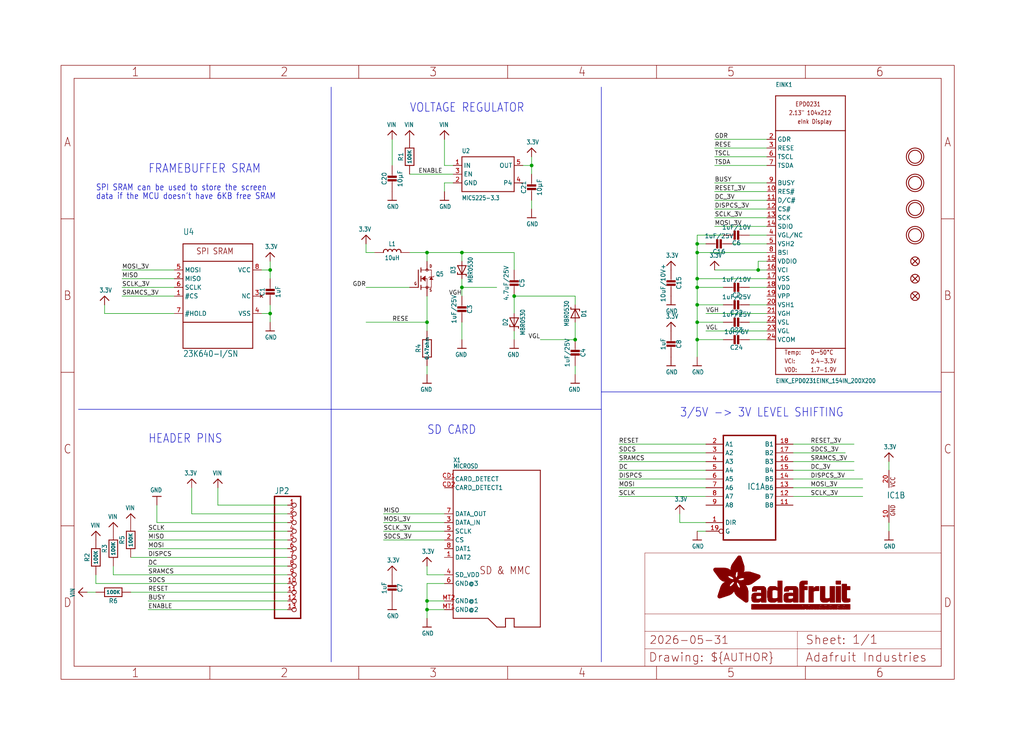
<source format=kicad_sch>
(kicad_sch (version 20230121) (generator eeschema)
  (paper "User" 298.45 217.322)
  (lib_symbols
    (symbol "working-eagle-import:3.3V" (power)
      (property "Value" "3.3V" (at -1.524 1.016 0))
      (symbol "3.3V_1_0"
        (pin power_in line (at 0 -2.54 90) (length 2.54) (name "3.3V") (number "1"))
      )
    )
    (symbol "working-eagle-import:74245TSSOP20"
      (property "Reference" "IC" (at -0.635 -0.635 0))
      (symbol "74245TSSOP20_1_0"
        (pin input line (at -12.7 -10.16 0) (length 5.08) (name "DIR") (number "1"))
        (pin bidirectional line (at 12.7 -5.08 180) (length 5.08) (name "B8") (number "11"))
        (pin bidirectional line (at 12.7 -2.54 180) (length 5.08) (name "B7") (number "12"))
        (pin bidirectional line (at 12.7 0 180) (length 5.08) (name "B6") (number "13"))
        (pin bidirectional line (at 12.7 2.54 180) (length 5.08) (name "B5") (number "14"))
        (pin bidirectional line (at 12.7 5.08 180) (length 5.08) (name "B4") (number "15"))
        (pin bidirectional line (at 12.7 7.62 180) (length 5.08) (name "B3") (number "16"))
        (pin bidirectional line (at 12.7 10.16 180) (length 5.08) (name "B2") (number "17"))
        (pin bidirectional line (at 12.7 12.7 180) (length 5.08) (name "B1") (number "18"))
        (pin input inverted (at -12.7 -12.7 0) (length 5.08) (name "G") (number "19"))
        (pin bidirectional line (at -12.7 12.7 0) (length 5.08) (name "A1") (number "2"))
        (pin bidirectional line (at -12.7 10.16 0) (length 5.08) (name "A2") (number "3"))
        (pin bidirectional line (at -12.7 7.62 0) (length 5.08) (name "A3") (number "4"))
        (pin bidirectional line (at -12.7 5.08 0) (length 5.08) (name "A4") (number "5"))
        (pin bidirectional line (at -12.7 2.54 0) (length 5.08) (name "A5") (number "6"))
        (pin bidirectional line (at -12.7 0 0) (length 5.08) (name "A6") (number "7"))
        (pin bidirectional line (at -12.7 -2.54 0) (length 5.08) (name "A7") (number "8"))
        (pin bidirectional line (at -12.7 -5.08 0) (length 5.08) (name "A8") (number "9"))
      )
      (symbol "74245TSSOP20_2_0"
        (text "GND" (at 1.905 -5.842 900) (effects (font (size 1.27 1.0795)) (justify left bottom)))
        (text "VCC" (at 1.905 2.54 900) (effects (font (size 1.27 1.0795)) (justify left bottom)))
        (pin power_in line (at 0 -7.62 90) (length 5.08) (name "GND") (number "10"))
        (pin power_in line (at 0 7.62 270) (length 5.08) (name "VCC") (number "20"))
      )
    )
    (symbol "working-eagle-import:CAP_CERAMIC0805-NOOUTLINE"
      (property "Reference" "C" (at -2.29 1.25 90))
      (symbol "CAP_CERAMIC0805-NOOUTLINE_1_0"
        (pin passive line (at 0 5.08 270) (length 2.54) (name "1") (number "1"))
        (pin passive line (at 0 -2.54 90) (length 2.54) (name "2") (number "2"))
      )
    )
    (symbol "working-eagle-import:CAP_CERAMIC0805_10MGAP"
      (property "Reference" "C" (at -2.29 1.25 90))
      (symbol "CAP_CERAMIC0805_10MGAP_1_0"
        (pin passive line (at 0 5.08 270) (length 2.54) (name "1") (number "1"))
        (pin passive line (at 0 -2.54 90) (length 2.54) (name "2") (number "2"))
      )
    )
    (symbol "working-eagle-import:DIODE-SCHOTTKYSOD-123"
      (property "Reference" "D" (at 0 2.54 0))
      (symbol "DIODE-SCHOTTKYSOD-123_1_0"
        (pin passive line (at -2.54 0 0) (length 2.54) (name "A") (number "A"))
        (pin passive line (at 2.54 0 180) (length 2.54) (name "C") (number "C"))
      )
    )
    (symbol "working-eagle-import:EINK_EPD0231EINK_154IN_200X200"
      (property "Reference" "EINK" (at -10.16 43.18 0))
      (symbol "EINK_EPD0231EINK_154IN_200X200_1_0"
        (text "0~~50°C" (at 0 -34.925 0) (effects (font (size 1.27 1.0795)) (justify left bottom)))
        (text "1.7-1.9V" (at 0 -40.005 0) (effects (font (size 1.27 1.0795)) (justify left bottom)))
        (text "2.13\" 104x212" (at -6.35 34.925 0) (effects (font (size 1.27 1.0795)) (justify left bottom)))
        (text "2.4-3.3V" (at 0 -37.465 0) (effects (font (size 1.27 1.0795)) (justify left bottom)))
        (text "eInk Display" (at -3.81 32.385 0) (effects (font (size 1.27 1.0795)) (justify left bottom)))
        (text "EPD0231" (at -4.445 37.465 0) (effects (font (size 1.27 1.0795)) (justify left bottom)))
        (text "Temp:" (at -7.62 -34.925 0) (effects (font (size 1.27 1.0795)) (justify left bottom)))
        (text "VCI:" (at -7.62 -37.465 0) (effects (font (size 1.27 1.0795)) (justify left bottom)))
        (text "VDD:" (at -7.62 -40.005 0) (effects (font (size 1.27 1.0795)) (justify left bottom)))
        (pin input line (at -12.7 12.7 0) (length 2.54) (name "RES#") (number "10"))
        (pin input line (at -12.7 10.16 0) (length 2.54) (name "D/C#") (number "11"))
        (pin input line (at -12.7 7.62 0) (length 2.54) (name "CS#") (number "12"))
        (pin bidirectional line (at -12.7 5.08 0) (length 2.54) (name "SCK") (number "13"))
        (pin bidirectional line (at -12.7 2.54 0) (length 2.54) (name "SDIO") (number "14"))
        (pin power_in line (at -12.7 -7.62 0) (length 2.54) (name "VDDIO") (number "15"))
        (pin power_in line (at -12.7 -10.16 0) (length 2.54) (name "VCI") (number "16"))
        (pin power_in line (at -12.7 -12.7 0) (length 2.54) (name "VSS") (number "17"))
        (pin passive line (at -12.7 -15.24 0) (length 2.54) (name "VDD") (number "18"))
        (pin passive line (at -12.7 -17.78 0) (length 2.54) (name "VPP") (number "19"))
        (pin output line (at -12.7 27.94 0) (length 2.54) (name "GDR") (number "2"))
        (pin passive line (at -12.7 -20.32 0) (length 2.54) (name "VSH1") (number "20"))
        (pin passive line (at -12.7 -22.86 0) (length 2.54) (name "VGH") (number "21"))
        (pin passive line (at -12.7 -25.4 0) (length 2.54) (name "VSL") (number "22"))
        (pin passive line (at -12.7 -27.94 0) (length 2.54) (name "VGL") (number "23"))
        (pin passive line (at -12.7 -30.48 0) (length 2.54) (name "VCOM") (number "24"))
        (pin input line (at -12.7 25.4 0) (length 2.54) (name "RESE") (number "3"))
        (pin bidirectional line (at -12.7 0 0) (length 2.54) (name "VGL/NC") (number "4"))
        (pin passive line (at -12.7 -2.54 0) (length 2.54) (name "VSH2") (number "5"))
        (pin output line (at -12.7 22.86 0) (length 2.54) (name "TSCL") (number "6"))
        (pin bidirectional line (at -12.7 20.32 0) (length 2.54) (name "TSDA") (number "7"))
        (pin input line (at -12.7 -5.08 0) (length 2.54) (name "BSI") (number "8"))
        (pin output line (at -12.7 15.24 0) (length 2.54) (name "BUSY") (number "9"))
      )
    )
    (symbol "working-eagle-import:FIDUCIAL_1MM")
    (symbol "working-eagle-import:FRAME_A4_ADAFRUIT"
      (symbol "FRAME_A4_ADAFRUIT_1_0"
        (text "${#}/${##}" (at 230.505 10.16 0) (effects (font (size 2.54 2.54)) (justify left bottom)))
        (text "${AUTHOR}" (at 189.23 5.08 0) (effects (font (size 2.286 2.286)) (justify left bottom)))
        (text "${CURRENT_DATE}" (at 171.45 10.16 0) (effects (font (size 2.286 2.286)) (justify left bottom)))
        (text "${PROJECTNAME}" (at 171.45 15.24 0) (effects (font (size 2.54 2.54)) (justify left bottom)))
        (text "1" (at 21.6958 1.905 0) (effects (font (size 2.54 2.286))))
        (text "1" (at 21.6958 177.165 0) (effects (font (size 2.54 2.286))))
        (text "2" (at 65.0875 1.905 0) (effects (font (size 2.54 2.286))))
        (text "2" (at 65.0875 177.165 0) (effects (font (size 2.54 2.286))))
        (text "3" (at 108.4792 1.905 0) (effects (font (size 2.54 2.286))))
        (text "3" (at 108.4792 177.165 0) (effects (font (size 2.54 2.286))))
        (text "4" (at 151.8708 1.905 0) (effects (font (size 2.54 2.286))))
        (text "4" (at 151.8708 177.165 0) (effects (font (size 2.54 2.286))))
        (text "5" (at 195.2625 1.905 0) (effects (font (size 2.54 2.286))))
        (text "5" (at 195.2625 177.165 0) (effects (font (size 2.54 2.286))))
        (text "6" (at 238.6542 1.905 0) (effects (font (size 2.54 2.286))))
        (text "6" (at 238.6542 177.165 0) (effects (font (size 2.54 2.286))))
        (text "A" (at 1.905 156.6863 0) (effects (font (size 2.54 2.286))))
        (text "A" (at 258.445 156.6863 0) (effects (font (size 2.54 2.286))))
        (text "Adafruit Industries" (at 216.916 4.953 0) (effects (font (size 2.54 2.54)) (justify left bottom)))
        (text "B" (at 1.905 111.9188 0) (effects (font (size 2.54 2.286))))
        (text "B" (at 258.445 111.9188 0) (effects (font (size 2.54 2.286))))
        (text "C" (at 1.905 67.1513 0) (effects (font (size 2.54 2.286))))
        (text "C" (at 258.445 67.1513 0) (effects (font (size 2.54 2.286))))
        (text "D" (at 1.905 22.3838 0) (effects (font (size 2.54 2.286))))
        (text "D" (at 258.445 22.3838 0) (effects (font (size 2.54 2.286))))
        (text "Drawing:" (at 171.196 4.953 0) (effects (font (size 2.54 2.54)) (justify left bottom)))
        (text "Sheet:" (at 216.916 10.033 0) (effects (font (size 2.54 2.54)) (justify left bottom)))
      )
    )
    (symbol "working-eagle-import:GND" (power)
      (property "Value" "GND" (at -1.524 -2.54 0))
      (symbol "GND_1_0"
        (pin power_in line (at 0 2.54 270) (length 2.54) (name "GND") (number "1"))
      )
    )
    (symbol "working-eagle-import:HEADER-1X13"
      (property "Reference" "JP" (at -6.35 18.415 0))
      (symbol "HEADER-1X13_1_0"
        (pin passive inverted (at -2.54 15.24 0) (length 2.54) (name "1") (number "1"))
        (pin passive inverted (at -2.54 -7.62 0) (length 2.54) (name "10") (number "10"))
        (pin passive inverted (at -2.54 -10.16 0) (length 2.54) (name "11") (number "11"))
        (pin passive inverted (at -2.54 -12.7 0) (length 2.54) (name "12") (number "12"))
        (pin passive inverted (at -2.54 -15.24 0) (length 2.54) (name "13") (number "13"))
        (pin passive inverted (at -2.54 12.7 0) (length 2.54) (name "2") (number "2"))
        (pin passive inverted (at -2.54 10.16 0) (length 2.54) (name "3") (number "3"))
        (pin passive inverted (at -2.54 7.62 0) (length 2.54) (name "4") (number "4"))
        (pin passive inverted (at -2.54 5.08 0) (length 2.54) (name "5") (number "5"))
        (pin passive inverted (at -2.54 2.54 0) (length 2.54) (name "6") (number "6"))
        (pin passive inverted (at -2.54 0 0) (length 2.54) (name "7") (number "7"))
        (pin passive inverted (at -2.54 -2.54 0) (length 2.54) (name "8") (number "8"))
        (pin passive inverted (at -2.54 -5.08 0) (length 2.54) (name "9") (number "9"))
      )
    )
    (symbol "working-eagle-import:INDUCTORNR401"
      (property "Reference" "L" (at 0 2.54 0))
      (symbol "INDUCTORNR401_1_0"
        (pin passive line (at -5.08 0 0) (length 2.54) (name "1") (number "P$1"))
        (pin passive line (at 5.08 0 180) (length 2.54) (name "2") (number "P$2"))
      )
    )
    (symbol "working-eagle-import:IRLML2060TRPBF"
      (property "Reference" "Q" (at 5.08 0.635 0))
      (symbol "IRLML2060TRPBF_1_0"
        (text "D" (at 3.175 3.175 0) (effects (font (size 0.8128 0.6908)) (justify left bottom)))
        (text "G" (at -1.27 -1.905 0) (effects (font (size 0.8128 0.6908)) (justify left bottom)))
        (text "S" (at 3.175 -3.81 0) (effects (font (size 0.8128 0.6908)) (justify left bottom)))
        (pin bidirectional line (at -2.54 -2.54 0) (length 2.54) (name "G") (number "1"))
        (pin bidirectional line (at 2.54 -5.08 90) (length 2.54) (name "S") (number "2"))
        (pin bidirectional line (at 2.54 5.08 270) (length 2.54) (name "D") (number "3"))
      )
    )
    (symbol "working-eagle-import:MICROSD"
      (property "Reference" "X" (at -12.7 22.606 0))
      (symbol "MICROSD_1_0"
        (text "SD & MMC" (at -5.08 -10.16 0) (effects (font (size 2.1844 1.8567)) (justify left bottom)))
        (pin bidirectional line (at -15.24 -5.08 0) (length 2.54) (name "DAT2") (number "1"))
        (pin input line (at -15.24 0 0) (length 2.54) (name "CS") (number "2"))
        (pin input line (at -15.24 5.08 0) (length 2.54) (name "DATA_IN") (number "3"))
        (pin power_in line (at -15.24 -10.16 0) (length 2.54) (name "SD_VDD") (number "4"))
        (pin input line (at -15.24 2.54 0) (length 2.54) (name "SCLK") (number "5"))
        (pin power_in line (at -15.24 -12.7 0) (length 2.54) (name "GND@3") (number "6"))
        (pin output line (at -15.24 7.62 0) (length 2.54) (name "DATA_OUT") (number "7"))
        (pin bidirectional line (at -15.24 -2.54 0) (length 2.54) (name "DAT1") (number "8"))
        (pin passive line (at -15.24 17.78 0) (length 2.54) (name "CARD_DETECT") (number "CD1"))
        (pin passive line (at -15.24 15.24 0) (length 2.54) (name "CARD_DETECT1") (number "CD2"))
        (pin power_in line (at -15.24 -20.32 0) (length 2.54) (name "GND@2") (number "MT1"))
        (pin power_in line (at -15.24 -17.78 0) (length 2.54) (name "GND@1") (number "MT2"))
      )
    )
    (symbol "working-eagle-import:MOUNTINGHOLE2.5")
    (symbol "working-eagle-import:RESISTOR0805_10MGAP"
      (property "Reference" "R" (at 0 2.54 0))
      (symbol "RESISTOR0805_10MGAP_1_0"
        (pin passive line (at -5.08 0 0) (length 2.54) (name "1") (number "1"))
        (pin passive line (at 5.08 0 180) (length 2.54) (name "2") (number "2"))
      )
    )
    (symbol "working-eagle-import:RESISTOR0805_NOOUTLINE"
      (property "Reference" "R" (at 0 2.54 0))
      (symbol "RESISTOR0805_NOOUTLINE_1_0"
        (pin passive line (at -5.08 0 0) (length 2.54) (name "1") (number "1"))
        (pin passive line (at 5.08 0 180) (length 2.54) (name "2") (number "2"))
      )
    )
    (symbol "working-eagle-import:SRAM_SPI_SOIC8"
      (property "Reference" "U" (at -10.16 17.78 0))
      (symbol "SRAM_SPI_SOIC8_1_0"
        (text "SPI SRAM" (at -6.35 12.065 0) (effects (font (size 1.778 1.5113)) (justify left bottom)))
        (pin input line (at -12.7 0 0) (length 2.54) (name "#CS") (number "1"))
        (pin output line (at -12.7 5.08 0) (length 2.54) (name "MISO") (number "2"))
        (pin no_connect line (at 12.7 0 180) (length 2.54) (name "NC") (number "3"))
        (pin power_in line (at 12.7 -5.08 180) (length 2.54) (name "VSS") (number "4"))
        (pin input line (at -12.7 7.62 0) (length 2.54) (name "MOSI") (number "5"))
        (pin input line (at -12.7 2.54 0) (length 2.54) (name "SCLK") (number "6"))
        (pin input line (at -12.7 -5.08 0) (length 2.54) (name "#HOLD") (number "7"))
        (pin power_in line (at 12.7 7.62 180) (length 2.54) (name "VCC") (number "8"))
      )
    )
    (symbol "working-eagle-import:VIN" (power)
      (property "Value" "VIN" (at -1.524 1.016 0))
      (symbol "VIN_1_0"
        (pin power_in line (at 0 -2.54 90) (length 2.54) (name "VIN") (number "1"))
      )
    )
    (symbol "working-eagle-import:VREG_SOT23-5"
      (property "Reference" "U" (at -7.62 6.096 0))
      (symbol "VREG_SOT23-5_1_0"
        (pin power_in line (at -10.16 2.54 0) (length 2.54) (name "IN") (number "1"))
        (pin power_in line (at -10.16 -2.54 0) (length 2.54) (name "GND") (number "2"))
        (pin input line (at -10.16 0 0) (length 2.54) (name "EN") (number "3"))
        (pin bidirectional line (at 10.16 -2.54 180) (length 2.54) (name "P4") (number "4"))
        (pin power_in line (at 10.16 2.54 180) (length 2.54) (name "OUT") (number "5"))
      )
    )
  )
  (junction (at 124.46 93.98))
  (junction (at 124.46 175.26))
  (junction (at 203.2 88.9))
  (junction (at 203.2 81.28))
  (junction (at 134.62 83.82))
  (junction (at 134.62 73.66))
  (junction (at 149.86 86.36))
  (junction (at 203.2 93.98))
  (junction (at 124.46 73.66))
  (junction (at 203.2 71.12))
  (junction (at 220.98 78.74))
  (junction (at 203.2 83.82))
  (junction (at 124.46 177.8))
  (junction (at 78.74 91.44))
  (junction (at 203.2 99.06))
  (junction (at 167.64 99.06))
  (junction (at 203.2 73.66))
  (junction (at 154.94 48.26))
  (junction (at 78.74 78.74))
  (wire (pts (xy 83.82 157.48) (xy 43.18 157.48)) (stroke (width 0.1524)))
  (wire (pts (xy 203.2 83.82) (xy 203.2 81.28)) (stroke (width 0.1524)))
  (wire (pts (xy 111.76 154.94) (xy 129.54 154.94)) (stroke (width 0.1524)))
  (wire (pts (xy 144.78 83.82) (xy 134.62 83.82)) (stroke (width 0.1524)))
  (wire (pts (xy 149.86 91.44) (xy 149.86 86.36)) (stroke (width 0.1524)))
  (wire (pts (xy 76.2 78.74) (xy 78.74 78.74)) (stroke (width 0.1524)))
  (wire (pts (xy 30.48 91.44) (xy 30.48 88.9)) (stroke (width 0.1524)))
  (wire (pts (xy 83.82 160.02) (xy 43.18 160.02)) (stroke (width 0.1524)))
  (polyline (pts (xy 22.86 119.38) (xy 96.52 119.38)) (stroke (width 0.1524) (type solid)))
  (wire (pts (xy 231.14 144.78) (xy 251.46 144.78)) (stroke (width 0.1524)))
  (wire (pts (xy 83.82 177.8) (xy 43.18 177.8)) (stroke (width 0.1524)))
  (wire (pts (xy 231.14 137.16) (xy 248.92 137.16)) (stroke (width 0.1524)))
  (wire (pts (xy 129.54 170.18) (xy 124.46 170.18)) (stroke (width 0.1524)))
  (wire (pts (xy 203.2 154.94) (xy 205.74 154.94)) (stroke (width 0.1524)))
  (wire (pts (xy 180.34 139.7) (xy 205.74 139.7)) (stroke (width 0.1524)))
  (wire (pts (xy 83.82 167.64) (xy 33.02 167.64)) (stroke (width 0.1524)))
  (polyline (pts (xy 96.52 119.38) (xy 96.52 193.04)) (stroke (width 0.1524) (type solid)))
  (wire (pts (xy 210.82 68.58) (xy 203.2 68.58)) (stroke (width 0.1524)))
  (wire (pts (xy 124.46 109.22) (xy 124.46 106.68)) (stroke (width 0.1524)))
  (wire (pts (xy 124.46 177.8) (xy 124.46 180.34)) (stroke (width 0.1524)))
  (wire (pts (xy 223.52 53.34) (xy 208.28 53.34)) (stroke (width 0.1524)))
  (wire (pts (xy 149.86 73.66) (xy 149.86 78.74)) (stroke (width 0.1524)))
  (wire (pts (xy 210.82 93.98) (xy 203.2 93.98)) (stroke (width 0.1524)))
  (wire (pts (xy 63.5 147.32) (xy 63.5 142.24)) (stroke (width 0.1524)))
  (wire (pts (xy 167.64 109.22) (xy 167.64 106.68)) (stroke (width 0.1524)))
  (wire (pts (xy 134.62 93.98) (xy 134.62 99.06)) (stroke (width 0.1524)))
  (wire (pts (xy 220.98 76.2) (xy 220.98 78.74)) (stroke (width 0.1524)))
  (wire (pts (xy 129.54 48.26) (xy 129.54 40.64)) (stroke (width 0.1524)))
  (wire (pts (xy 223.52 71.12) (xy 213.36 71.12)) (stroke (width 0.1524)))
  (wire (pts (xy 223.52 58.42) (xy 208.28 58.42)) (stroke (width 0.1524)))
  (wire (pts (xy 83.82 154.94) (xy 43.18 154.94)) (stroke (width 0.1524)))
  (wire (pts (xy 208.28 60.96) (xy 223.52 60.96)) (stroke (width 0.1524)))
  (wire (pts (xy 223.52 40.64) (xy 208.28 40.64)) (stroke (width 0.1524)))
  (wire (pts (xy 203.2 71.12) (xy 205.74 71.12)) (stroke (width 0.1524)))
  (wire (pts (xy 223.52 83.82) (xy 218.44 83.82)) (stroke (width 0.1524)))
  (wire (pts (xy 76.2 91.44) (xy 78.74 91.44)) (stroke (width 0.1524)))
  (wire (pts (xy 50.8 81.28) (xy 35.56 81.28)) (stroke (width 0.1524)))
  (wire (pts (xy 83.82 162.56) (xy 38.1 162.56)) (stroke (width 0.1524)))
  (wire (pts (xy 203.2 93.98) (xy 203.2 88.9)) (stroke (width 0.1524)))
  (wire (pts (xy 167.64 88.9) (xy 167.64 86.36)) (stroke (width 0.1524)))
  (wire (pts (xy 208.28 63.5) (xy 223.52 63.5)) (stroke (width 0.1524)))
  (wire (pts (xy 205.74 129.54) (xy 180.34 129.54)) (stroke (width 0.1524)))
  (wire (pts (xy 134.62 81.28) (xy 134.62 83.82)) (stroke (width 0.1524)))
  (wire (pts (xy 180.34 144.78) (xy 205.74 144.78)) (stroke (width 0.1524)))
  (wire (pts (xy 124.46 170.18) (xy 124.46 175.26)) (stroke (width 0.1524)))
  (polyline (pts (xy 175.26 114.3) (xy 175.26 119.38)) (stroke (width 0.1524) (type solid)))
  (wire (pts (xy 38.1 172.72) (xy 83.82 172.72)) (stroke (width 0.1524)))
  (wire (pts (xy 35.56 78.74) (xy 50.8 78.74)) (stroke (width 0.1524)))
  (wire (pts (xy 259.08 134.62) (xy 259.08 137.16)) (stroke (width 0.1524)))
  (wire (pts (xy 27.94 170.18) (xy 27.94 167.64)) (stroke (width 0.1524)))
  (wire (pts (xy 203.2 68.58) (xy 203.2 71.12)) (stroke (width 0.1524)))
  (wire (pts (xy 78.74 88.9) (xy 78.74 91.44)) (stroke (width 0.1524)))
  (wire (pts (xy 231.14 139.7) (xy 251.46 139.7)) (stroke (width 0.1524)))
  (wire (pts (xy 129.54 177.8) (xy 124.46 177.8)) (stroke (width 0.1524)))
  (wire (pts (xy 27.94 172.72) (xy 25.4 172.72)) (stroke (width 0.1524)))
  (wire (pts (xy 83.82 149.86) (xy 55.88 149.86)) (stroke (width 0.1524)))
  (wire (pts (xy 106.68 73.66) (xy 109.22 73.66)) (stroke (width 0.1524)))
  (wire (pts (xy 35.56 83.82) (xy 50.8 83.82)) (stroke (width 0.1524)))
  (wire (pts (xy 208.28 55.88) (xy 223.52 55.88)) (stroke (width 0.1524)))
  (wire (pts (xy 223.52 96.52) (xy 205.74 96.52)) (stroke (width 0.1524)))
  (wire (pts (xy 203.2 104.14) (xy 203.2 99.06)) (stroke (width 0.1524)))
  (wire (pts (xy 205.74 142.24) (xy 180.34 142.24)) (stroke (width 0.1524)))
  (wire (pts (xy 78.74 78.74) (xy 78.74 76.2)) (stroke (width 0.1524)))
  (wire (pts (xy 106.68 71.12) (xy 106.68 73.66)) (stroke (width 0.1524)))
  (wire (pts (xy 223.52 68.58) (xy 218.44 68.58)) (stroke (width 0.1524)))
  (wire (pts (xy 231.14 134.62) (xy 248.92 134.62)) (stroke (width 0.1524)))
  (wire (pts (xy 205.74 134.62) (xy 180.34 134.62)) (stroke (width 0.1524)))
  (wire (pts (xy 154.94 58.42) (xy 154.94 60.96)) (stroke (width 0.1524)))
  (polyline (pts (xy 96.52 119.38) (xy 175.26 119.38)) (stroke (width 0.1524) (type solid)))
  (wire (pts (xy 45.72 152.4) (xy 83.82 152.4)) (stroke (width 0.1524)))
  (wire (pts (xy 124.46 167.64) (xy 124.46 165.1)) (stroke (width 0.1524)))
  (wire (pts (xy 223.52 81.28) (xy 203.2 81.28)) (stroke (width 0.1524)))
  (wire (pts (xy 134.62 73.66) (xy 134.62 76.2)) (stroke (width 0.1524)))
  (wire (pts (xy 129.54 157.48) (xy 111.76 157.48)) (stroke (width 0.1524)))
  (polyline (pts (xy 175.26 119.38) (xy 175.26 193.04)) (stroke (width 0.1524) (type solid)))
  (wire (pts (xy 129.54 149.86) (xy 111.76 149.86)) (stroke (width 0.1524)))
  (wire (pts (xy 106.68 83.82) (xy 119.38 83.82)) (stroke (width 0.1524)))
  (wire (pts (xy 129.54 175.26) (xy 124.46 175.26)) (stroke (width 0.1524)))
  (wire (pts (xy 35.56 86.36) (xy 50.8 86.36)) (stroke (width 0.1524)))
  (wire (pts (xy 124.46 73.66) (xy 134.62 73.66)) (stroke (width 0.1524)))
  (wire (pts (xy 78.74 78.74) (xy 78.74 81.28)) (stroke (width 0.1524)))
  (wire (pts (xy 231.14 132.08) (xy 246.38 132.08)) (stroke (width 0.1524)))
  (polyline (pts (xy 96.52 25.4) (xy 96.52 119.38)) (stroke (width 0.1524) (type solid)))
  (wire (pts (xy 43.18 175.26) (xy 83.82 175.26)) (stroke (width 0.1524)))
  (wire (pts (xy 231.14 129.54) (xy 248.92 129.54)) (stroke (width 0.1524)))
  (wire (pts (xy 218.44 93.98) (xy 223.52 93.98)) (stroke (width 0.1524)))
  (polyline (pts (xy 175.26 114.3) (xy 274.32 114.3)) (stroke (width 0.1524) (type solid)))
  (wire (pts (xy 55.88 149.86) (xy 55.88 142.24)) (stroke (width 0.1524)))
  (wire (pts (xy 63.5 147.32) (xy 83.82 147.32)) (stroke (width 0.1524)))
  (wire (pts (xy 208.28 48.26) (xy 223.52 48.26)) (stroke (width 0.1524)))
  (wire (pts (xy 223.52 73.66) (xy 203.2 73.66)) (stroke (width 0.1524)))
  (wire (pts (xy 203.2 88.9) (xy 203.2 83.82)) (stroke (width 0.1524)))
  (wire (pts (xy 259.08 154.94) (xy 259.08 152.4)) (stroke (width 0.1524)))
  (wire (pts (xy 210.82 83.82) (xy 203.2 83.82)) (stroke (width 0.1524)))
  (wire (pts (xy 111.76 152.4) (xy 129.54 152.4)) (stroke (width 0.1524)))
  (wire (pts (xy 129.54 53.34) (xy 129.54 55.88)) (stroke (width 0.1524)))
  (wire (pts (xy 124.46 76.2) (xy 124.46 73.66)) (stroke (width 0.1524)))
  (polyline (pts (xy 175.26 25.4) (xy 175.26 114.3)) (stroke (width 0.1524) (type solid)))
  (wire (pts (xy 218.44 99.06) (xy 223.52 99.06)) (stroke (width 0.1524)))
  (wire (pts (xy 45.72 147.32) (xy 45.72 152.4)) (stroke (width 0.1524)))
  (wire (pts (xy 124.46 86.36) (xy 124.46 93.98)) (stroke (width 0.1524)))
  (wire (pts (xy 205.74 137.16) (xy 180.34 137.16)) (stroke (width 0.1524)))
  (wire (pts (xy 134.62 73.66) (xy 149.86 73.66)) (stroke (width 0.1524)))
  (wire (pts (xy 154.94 48.26) (xy 154.94 50.8)) (stroke (width 0.1524)))
  (wire (pts (xy 223.52 66.04) (xy 208.28 66.04)) (stroke (width 0.1524)))
  (wire (pts (xy 205.74 152.4) (xy 198.12 152.4)) (stroke (width 0.1524)))
  (wire (pts (xy 218.44 88.9) (xy 223.52 88.9)) (stroke (width 0.1524)))
  (wire (pts (xy 167.64 86.36) (xy 149.86 86.36)) (stroke (width 0.1524)))
  (wire (pts (xy 129.54 167.64) (xy 124.46 167.64)) (stroke (width 0.1524)))
  (wire (pts (xy 149.86 96.52) (xy 149.86 99.06)) (stroke (width 0.1524)))
  (wire (pts (xy 124.46 73.66) (xy 119.38 73.66)) (stroke (width 0.1524)))
  (wire (pts (xy 157.48 99.06) (xy 167.64 99.06)) (stroke (width 0.1524)))
  (wire (pts (xy 134.62 86.36) (xy 134.62 83.82)) (stroke (width 0.1524)))
  (wire (pts (xy 43.18 165.1) (xy 83.82 165.1)) (stroke (width 0.1524)))
  (wire (pts (xy 154.94 48.26) (xy 154.94 45.72)) (stroke (width 0.1524)))
  (wire (pts (xy 203.2 73.66) (xy 203.2 71.12)) (stroke (width 0.1524)))
  (wire (pts (xy 223.52 76.2) (xy 220.98 76.2)) (stroke (width 0.1524)))
  (wire (pts (xy 152.4 48.26) (xy 154.94 48.26)) (stroke (width 0.1524)))
  (wire (pts (xy 220.98 78.74) (xy 223.52 78.74)) (stroke (width 0.1524)))
  (wire (pts (xy 50.8 91.44) (xy 30.48 91.44)) (stroke (width 0.1524)))
  (wire (pts (xy 205.74 132.08) (xy 180.34 132.08)) (stroke (width 0.1524)))
  (wire (pts (xy 231.14 142.24) (xy 251.46 142.24)) (stroke (width 0.1524)))
  (wire (pts (xy 83.82 170.18) (xy 27.94 170.18)) (stroke (width 0.1524)))
  (wire (pts (xy 124.46 93.98) (xy 106.68 93.98)) (stroke (width 0.1524)))
  (wire (pts (xy 223.52 91.44) (xy 205.74 91.44)) (stroke (width 0.1524)))
  (wire (pts (xy 132.08 50.8) (xy 119.38 50.8)) (stroke (width 0.1524)))
  (wire (pts (xy 208.28 45.72) (xy 223.52 45.72)) (stroke (width 0.1524)))
  (wire (pts (xy 167.64 99.06) (xy 167.64 93.98)) (stroke (width 0.1524)))
  (wire (pts (xy 114.3 40.64) (xy 114.3 48.26)) (stroke (width 0.1524)))
  (wire (pts (xy 198.12 152.4) (xy 198.12 149.86)) (stroke (width 0.1524)))
  (wire (pts (xy 208.28 43.18) (xy 223.52 43.18)) (stroke (width 0.1524)))
  (wire (pts (xy 33.02 167.64) (xy 33.02 165.1)) (stroke (width 0.1524)))
  (wire (pts (xy 124.46 175.26) (xy 124.46 177.8)) (stroke (width 0.1524)))
  (wire (pts (xy 132.08 48.26) (xy 129.54 48.26)) (stroke (width 0.1524)))
  (wire (pts (xy 220.98 78.74) (xy 208.28 78.74)) (stroke (width 0.1524)))
  (wire (pts (xy 203.2 81.28) (xy 203.2 73.66)) (stroke (width 0.1524)))
  (wire (pts (xy 210.82 99.06) (xy 203.2 99.06)) (stroke (width 0.1524)))
  (wire (pts (xy 203.2 99.06) (xy 203.2 93.98)) (stroke (width 0.1524)))
  (wire (pts (xy 210.82 88.9) (xy 203.2 88.9)) (stroke (width 0.1524)))
  (wire (pts (xy 132.08 53.34) (xy 129.54 53.34)) (stroke (width 0.1524)))
  (wire (pts (xy 78.74 91.44) (xy 78.74 93.98)) (stroke (width 0.1524)))
  (wire (pts (xy 124.46 96.52) (xy 124.46 93.98)) (stroke (width 0.1524)))
  (text "FRAMEBUFFER SRAM" (at 43.18 50.8 0) (effects (font (size 2.54 2.159)) (justify left bottom)))
  (text "SPI SRAM can be used to store the screen" (at 27.94 55.88 0) (effects (font (size 1.778 1.5113)) (justify left bottom)))
  (text "VOLTAGE REGULATOR" (at 119.38 33.02 0) (effects (font (size 2.54 2.159)) (justify left bottom)))
  (text "3/5V -> 3V LEVEL SHIFTING" (at 198.12 121.92 0) (effects (font (size 2.54 2.159)) (justify left bottom)))
  (text "data if the MCU doesn't have 6KB free SRAM" (at 27.94 58.42 0) (effects (font (size 1.778 1.5113)) (justify left bottom)))
  (text "HEADER PINS" (at 43.18 129.54 0) (effects (font (size 2.54 2.159)) (justify left bottom)))
  (text "SD CARD" (at 124.46 127 0) (effects (font (size 2.54 2.159)) (justify left bottom)))
  (label "SCLK" (at 180.34 144.78 0) (effects (font (size 1.2446 1.2446))))
  (label "SRAMCS" (at 43.18 167.64 0) (effects (font (size 1.2446 1.2446))))
  (label "ENABLE" (at 121.92 50.8 0) (effects (font (size 1.2446 1.2446))))
  (label "MOSI" (at 43.18 160.02 0) (effects (font (size 1.2446 1.2446))))
  (label "GDR" (at 106.68 83.82 180) (effects (font (size 1.2446 1.2446))))
  (label "RESET_3V" (at 236.22 129.54 0) (effects (font (size 1.2446 1.2446))))
  (label "SRAMCS_3V" (at 236.22 134.62 0) (effects (font (size 1.2446 1.2446))))
  (label "RESE" (at 114.3 93.98 0) (effects (font (size 1.2446 1.2446))))
  (label "SDCS_3V" (at 236.22 132.08 0) (effects (font (size 1.2446 1.2446))))
  (label "SRAMCS" (at 180.34 134.62 0) (effects (font (size 1.2446 1.2446))))
  (label "SCLK_3V" (at 208.28 63.5 0) (effects (font (size 1.2446 1.2446))))
  (label "VGH" (at 205.74 91.44 0) (effects (font (size 1.2446 1.2446))))
  (label "RESET_3V" (at 208.28 55.88 0) (effects (font (size 1.2446 1.2446))))
  (label "SCLK_3V" (at 35.56 83.82 0) (effects (font (size 1.2446 1.2446))))
  (label "MOSI" (at 180.34 142.24 0) (effects (font (size 1.2446 1.2446))))
  (label "VGL" (at 157.48 99.06 180) (effects (font (size 1.2446 1.2446))))
  (label "MOSI_3V" (at 208.28 66.04 0) (effects (font (size 1.2446 1.2446))))
  (label "MISO" (at 35.56 81.28 0) (effects (font (size 1.2446 1.2446))))
  (label "DC" (at 180.34 137.16 0) (effects (font (size 1.2446 1.2446))))
  (label "DISPCS_3V" (at 236.22 139.7 0) (effects (font (size 1.2446 1.2446))))
  (label "BUSY" (at 208.28 53.34 0) (effects (font (size 1.2446 1.2446))))
  (label "MISO" (at 43.18 157.48 0) (effects (font (size 1.2446 1.2446))))
  (label "GDR" (at 208.28 40.64 0) (effects (font (size 1.2446 1.2446))))
  (label "MISO" (at 111.76 149.86 0) (effects (font (size 1.2446 1.2446))))
  (label "DC" (at 43.18 165.1 0) (effects (font (size 1.2446 1.2446))))
  (label "RESET" (at 43.18 172.72 0) (effects (font (size 1.2446 1.2446))))
  (label "RESET" (at 180.34 129.54 0) (effects (font (size 1.2446 1.2446))))
  (label "BUSY" (at 43.18 175.26 0) (effects (font (size 1.2446 1.2446))))
  (label "TSCL" (at 208.28 45.72 0) (effects (font (size 1.2446 1.2446))))
  (label "DC_3V" (at 208.28 58.42 0) (effects (font (size 1.2446 1.2446))))
  (label "DISPCS" (at 180.34 139.7 0) (effects (font (size 1.2446 1.2446))))
  (label "SRAMCS_3V" (at 35.56 86.36 0) (effects (font (size 1.2446 1.2446))))
  (label "MOSI_3V" (at 111.76 152.4 0) (effects (font (size 1.2446 1.2446))))
  (label "MOSI_3V" (at 35.56 78.74 0) (effects (font (size 1.2446 1.2446))))
  (label "VGH" (at 134.62 86.36 180) (effects (font (size 1.2446 1.2446))))
  (label "ENABLE" (at 43.18 177.8 0) (effects (font (size 1.2446 1.2446))))
  (label "SDCS" (at 180.34 132.08 0) (effects (font (size 1.2446 1.2446))))
  (label "TSDA" (at 208.28 48.26 0) (effects (font (size 1.2446 1.2446))))
  (label "SCLK_3V" (at 111.76 154.94 0) (effects (font (size 1.2446 1.2446))))
  (label "SDCS_3V" (at 111.76 157.48 0) (effects (font (size 1.2446 1.2446))))
  (label "SDCS" (at 43.18 170.18 0) (effects (font (size 1.2446 1.2446))))
  (label "DC_3V" (at 236.22 137.16 0) (effects (font (size 1.2446 1.2446))))
  (label "VGL" (at 205.74 96.52 0) (effects (font (size 1.2446 1.2446))))
  (label "DISPCS" (at 43.18 162.56 0) (effects (font (size 1.2446 1.2446))))
  (label "SCLK" (at 43.18 154.94 0) (effects (font (size 1.2446 1.2446))))
  (label "RESE" (at 208.28 43.18 0) (effects (font (size 1.2446 1.2446))))
  (label "MOSI_3V" (at 236.22 142.24 0) (effects (font (size 1.2446 1.2446))))
  (label "SCLK_3V" (at 236.22 144.78 0) (effects (font (size 1.2446 1.2446))))
  (label "DISPCS_3V" (at 208.28 60.96 0) (effects (font (size 1.2446 1.2446))))
  (symbol (lib_id "working-eagle-import:RESISTOR0805_NOOUTLINE") (at 119.38 45.72 90) (unit 1)
    (property "Reference" "R1" (at 116.84 45.72 0))
    (property "Value" "100K" (at 119.38 45.72 0) (effects (font (size 1.016 1.016) bold)))
    (property "Footprint" "working:0805-NO" (effects hide))
  )
  (symbol (lib_id "working-eagle-import:CAP_CERAMIC0805-NOOUTLINE") (at 154.94 55.88 0) (unit 1)
    (property "Reference" "C21" (at 152.65 54.63 90))
    (property "Value" "10µF" (at 157.24 54.63 90))
    (property "Footprint" "working:0805-NO" (effects hide))
  )
  (symbol (lib_id "working-eagle-import:CAP_CERAMIC0805-NOOUTLINE") (at 215.9 88.9 90) (unit 1)
    (property "Reference" "C22" (at 214.65 91.19 90))
    (property "Value" "1uF/25V" (at 214.65 86.6 90))
    (property "Footprint" "working:0805-NO" (effects hide))
  )
  (symbol (lib_id "working-eagle-import:IRLML2060TRPBF") (at 121.92 81.28 0) (unit 1)
    (property "Reference" "Q5" (at 127 80.645 0) (effects (font (size 1.27 1.0795)) (justify left bottom)))
    (property "Value" "IRLML2060TRPBF" (effects hide))
    (property "Footprint" "working:SOT23-3" (effects hide))
  )
  (symbol (lib_id "working-eagle-import:DIODE-SCHOTTKYSOD-123") (at 134.62 78.74 90) (mirror x) (unit 1)
    (property "Reference" "D3" (at 132.08 78.74 0) (effects (font (size 1.27 1.0795))))
    (property "Value" "MBR0530" (at 137.12 78.74 0) (effects (font (size 1.27 1.0795))))
    (property "Footprint" "working:SOD-123" (effects hide))
  )
  (symbol (lib_id "working-eagle-import:FRAME_A4_ADAFRUIT") (at 17.78 198.12 0) (unit 1)
    (property "Reference" "#U$43" (effects hide))
    (property "Value" "FRAME_A4_ADAFRUIT" (effects hide))
  )
  (symbol (lib_id "working-eagle-import:GND") (at 78.74 96.52 0) (unit 1)
    (property "Reference" "#U$25" (effects hide))
    (property "Value" "GND" (at 77.216 99.06 0) (effects (font (size 1.27 1.0795)) (justify left bottom)))
  )
  (symbol (lib_id "working-eagle-import:3.3V") (at 106.68 68.58 0) (mirror y) (unit 1)
    (property "Reference" "#U$13" (effects hide))
    (property "Value" "3.3V" (at 108.204 67.564 0) (effects (font (size 1.27 1.0795)) (justify left bottom)))
  )
  (symbol (lib_id "working-eagle-import:CAP_CERAMIC0805-NOOUTLINE") (at 134.62 91.44 0) (mirror y) (unit 1)
    (property "Reference" "C3" (at 136.91 90.19 90))
    (property "Value" "1uF/25V" (at 132.32 90.19 90))
    (property "Footprint" "working:0805-NO" (effects hide))
  )
  (symbol (lib_id "working-eagle-import:VIN") (at 63.5 139.7 0) (unit 1)
    (property "Reference" "#U$8" (effects hide))
    (property "Value" "VIN" (at 61.976 138.684 0) (effects (font (size 1.27 1.0795)) (justify left bottom)))
  )
  (symbol (lib_id "working-eagle-import:CAP_CERAMIC0805-NOOUTLINE") (at 215.9 99.06 90) (unit 1)
    (property "Reference" "C24" (at 214.65 101.35 90))
    (property "Value" "1uF/6V" (at 214.65 96.76 90))
    (property "Footprint" "working:0805-NO" (effects hide))
  )
  (symbol (lib_id "working-eagle-import:3.3V") (at 208.28 76.2 0) (unit 1)
    (property "Reference" "#U$36" (effects hide))
    (property "Value" "3.3V" (at 206.756 75.184 0) (effects (font (size 1.27 1.0795)) (justify left bottom)))
  )
  (symbol (lib_id "working-eagle-import:GND") (at 259.08 157.48 0) (unit 1)
    (property "Reference" "#U$17" (effects hide))
    (property "Value" "GND" (at 257.556 160.02 0) (effects (font (size 1.27 1.0795)) (justify left bottom)))
  )
  (symbol (lib_id "working-eagle-import:CAP_CERAMIC0805-NOOUTLINE") (at 195.58 81.28 180) (unit 1)
    (property "Reference" "C15" (at 197.87 82.53 90))
    (property "Value" "10uF/10V+" (at 193.28 82.53 90))
    (property "Footprint" "working:0805-NO" (effects hide))
  )
  (symbol (lib_id "working-eagle-import:MOUNTINGHOLE2.5") (at 266.7 45.72 90) (unit 1)
    (property "Reference" "U$3" (effects hide))
    (property "Value" "MOUNTINGHOLE2.5" (effects hide))
    (property "Footprint" "working:MOUNTINGHOLE_2.5_PLATED" (effects hide))
  )
  (symbol (lib_id "working-eagle-import:CAP_CERAMIC0805-NOOUTLINE") (at 195.58 101.6 0) (mirror y) (unit 1)
    (property "Reference" "C8" (at 197.87 100.35 90))
    (property "Value" "1uF" (at 193.28 100.35 90))
    (property "Footprint" "working:0805-NO" (effects hide))
  )
  (symbol (lib_id "working-eagle-import:CAP_CERAMIC0805-NOOUTLINE") (at 215.9 93.98 90) (unit 1)
    (property "Reference" "C23" (at 214.65 96.27 90))
    (property "Value" "1uF/25V" (at 214.65 91.68 90))
    (property "Footprint" "working:0805-NO" (effects hide))
  )
  (symbol (lib_id "working-eagle-import:MICROSD") (at 144.78 157.48 0) (unit 1)
    (property "Reference" "X1" (at 132.08 134.874 0) (effects (font (size 1.27 1.0795)) (justify left bottom)))
    (property "Value" "MICROSD" (at 132.08 136.652 0) (effects (font (size 1.27 1.0795)) (justify left bottom)))
    (property "Footprint" "working:MICROSD" (effects hide))
  )
  (symbol (lib_id "working-eagle-import:3.3V") (at 30.48 86.36 0) (unit 1)
    (property "Reference" "#U$26" (effects hide))
    (property "Value" "3.3V" (at 28.956 85.344 0) (effects (font (size 1.27 1.0795)) (justify left bottom)))
  )
  (symbol (lib_id "working-eagle-import:CAP_CERAMIC0805-NOOUTLINE") (at 114.3 53.34 0) (unit 1)
    (property "Reference" "C20" (at 112.01 52.09 90))
    (property "Value" "10µF" (at 116.6 52.09 90))
    (property "Footprint" "working:0805-NO" (effects hide))
  )
  (symbol (lib_id "working-eagle-import:CAP_CERAMIC0805-NOOUTLINE") (at 114.3 172.72 0) (mirror y) (unit 1)
    (property "Reference" "C7" (at 116.59 171.47 90))
    (property "Value" "1uF" (at 112 171.47 90))
    (property "Footprint" "working:0805-NO" (effects hide))
  )
  (symbol (lib_id "working-eagle-import:GND") (at 45.72 144.78 180) (unit 1)
    (property "Reference" "#U$11" (effects hide))
    (property "Value" "GND" (at 47.244 142.24 0) (effects (font (size 1.27 1.0795)) (justify left bottom)))
  )
  (symbol (lib_id "working-eagle-import:CAP_CERAMIC0805-NOOUTLINE") (at 210.82 71.12 90) (unit 1)
    (property "Reference" "C16" (at 209.57 73.41 90))
    (property "Value" "1uF/25V" (at 209.57 68.82 90))
    (property "Footprint" "working:0805-NO" (effects hide))
  )
  (symbol (lib_id "working-eagle-import:MOUNTINGHOLE2.5") (at 266.7 53.34 90) (unit 1)
    (property "Reference" "U$4" (effects hide))
    (property "Value" "MOUNTINGHOLE2.5" (effects hide))
    (property "Footprint" "working:MOUNTINGHOLE_2.5_PLATED" (effects hide))
  )
  (symbol (lib_id "working-eagle-import:3.3V") (at 259.08 132.08 0) (unit 1)
    (property "Reference" "#U$2" (effects hide))
    (property "Value" "3.3V" (at 257.556 131.064 0) (effects (font (size 1.27 1.0795)) (justify left bottom)))
  )
  (symbol (lib_id "working-eagle-import:GND") (at 129.54 58.42 0) (unit 1)
    (property "Reference" "#U$22" (effects hide))
    (property "Value" "GND" (at 128.016 60.96 0) (effects (font (size 1.27 1.0795)) (justify left bottom)))
  )
  (symbol (lib_id "working-eagle-import:CAP_CERAMIC0805-NOOUTLINE") (at 167.64 104.14 0) (mirror y) (unit 1)
    (property "Reference" "C4" (at 169.93 102.89 90))
    (property "Value" "1uF/25V" (at 165.34 102.89 90))
    (property "Footprint" "working:0805-NO" (effects hide))
  )
  (symbol (lib_id "working-eagle-import:GND") (at 124.46 182.88 0) (unit 1)
    (property "Reference" "#U$32" (effects hide))
    (property "Value" "GND" (at 122.936 185.42 0) (effects (font (size 1.27 1.0795)) (justify left bottom)))
  )
  (symbol (lib_id "working-eagle-import:FIDUCIAL_1MM") (at 266.7 86.36 90) (unit 1)
    (property "Reference" "FID3" (effects hide))
    (property "Value" "FIDUCIAL_1MM" (effects hide))
    (property "Footprint" "working:FIDUCIAL_1MM" (effects hide))
  )
  (symbol (lib_id "working-eagle-import:RESISTOR0805_NOOUTLINE") (at 38.1 157.48 90) (unit 1)
    (property "Reference" "R5" (at 35.56 157.48 0))
    (property "Value" "100K" (at 38.1 157.48 0) (effects (font (size 1.016 1.016) bold)))
    (property "Footprint" "working:0805-NO" (effects hide))
  )
  (symbol (lib_id "working-eagle-import:GND") (at 203.2 106.68 0) (unit 1)
    (property "Reference" "#U$15" (effects hide))
    (property "Value" "GND" (at 201.676 109.22 0) (effects (font (size 1.27 1.0795)) (justify left bottom)))
  )
  (symbol (lib_id "working-eagle-import:VREG_SOT23-5") (at 142.24 50.8 0) (unit 1)
    (property "Reference" "U2" (at 134.62 44.704 0) (effects (font (size 1.27 1.0795)) (justify left bottom)))
    (property "Value" "MIC5225-3.3" (at 134.62 58.42 0) (effects (font (size 1.27 1.0795)) (justify left bottom)))
    (property "Footprint" "working:SOT23-5" (effects hide))
  )
  (symbol (lib_id "working-eagle-import:74245TSSOP20") (at 259.08 144.78 0) (unit 2)
    (property "Reference" "IC1" (at 258.445 145.415 0) (effects (font (size 1.778 1.5113)) (justify left bottom)))
    (property "Value" "74245TSSOP20" (effects hide))
    (property "Footprint" "working:TSSOP20" (effects hide))
  )
  (symbol (lib_id "working-eagle-import:CAP_CERAMIC0805-NOOUTLINE") (at 215.9 68.58 90) (unit 1)
    (property "Reference" "C6" (at 214.65 70.87 90))
    (property "Value" "1uF/10V" (at 214.65 66.28 90))
    (property "Footprint" "working:0805-NO" (effects hide))
  )
  (symbol (lib_id "working-eagle-import:RESISTOR0805_10MGAP") (at 124.46 101.6 90) (mirror x) (unit 1)
    (property "Reference" "R4" (at 121.92 101.6 0))
    (property "Value" "0.47ohm" (at 124.46 101.6 0) (effects (font (size 1.016 1.016) bold)))
    (property "Footprint" "working:0805_10MGAP" (effects hide))
  )
  (symbol (lib_id "working-eagle-import:SRAM_SPI_SOIC8") (at 63.5 86.36 0) (unit 1)
    (property "Reference" "U4" (at 53.34 68.58 0) (effects (font (size 1.778 1.5113)) (justify left bottom)))
    (property "Value" "23K640-I/SN" (at 53.34 104.14 0) (effects (font (size 1.778 1.5113)) (justify left bottom)))
    (property "Footprint" "working:SOIC8_150MIL" (effects hide))
  )
  (symbol (lib_id "working-eagle-import:RESISTOR0805_NOOUTLINE") (at 27.94 162.56 90) (unit 1)
    (property "Reference" "R2" (at 25.4 162.56 0))
    (property "Value" "100K" (at 27.94 162.56 0) (effects (font (size 1.016 1.016) bold)))
    (property "Footprint" "working:0805-NO" (effects hide))
  )
  (symbol (lib_id "working-eagle-import:3.3V") (at 55.88 139.7 0) (mirror y) (unit 1)
    (property "Reference" "#U$27" (effects hide))
    (property "Value" "3.3V" (at 57.404 138.684 0) (effects (font (size 1.27 1.0795)) (justify left bottom)))
  )
  (symbol (lib_id "working-eagle-import:3.3V") (at 124.46 162.56 0) (unit 1)
    (property "Reference" "#U$31" (effects hide))
    (property "Value" "3.3V" (at 122.936 161.544 0) (effects (font (size 1.27 1.0795)) (justify left bottom)))
  )
  (symbol (lib_id "working-eagle-import:EINK_EPD0231EINK_154IN_200X200") (at 236.22 68.58 0) (unit 1)
    (property "Reference" "EINK1" (at 226.06 25.4 0) (effects (font (size 1.27 1.0795)) (justify left bottom)))
    (property "Value" "EINK_EPD0231EINK_154IN_200X200" (at 226.06 111.76 0) (effects (font (size 1.27 1.0795)) (justify left bottom)))
    (property "Footprint" "working:EINK_154IN" (effects hide))
  )
  (symbol (lib_id "working-eagle-import:DIODE-SCHOTTKYSOD-123") (at 167.64 91.44 270) (mirror x) (unit 1)
    (property "Reference" "D1" (at 170.18 91.44 0) (effects (font (size 1.27 1.0795))))
    (property "Value" "MBR0530" (at 165.14 91.44 0) (effects (font (size 1.27 1.0795))))
    (property "Footprint" "working:SOD-123" (effects hide))
  )
  (symbol (lib_id "working-eagle-import:GND") (at 195.58 88.9 0) (unit 1)
    (property "Reference" "#U$38" (effects hide))
    (property "Value" "GND" (at 194.056 91.44 0) (effects (font (size 1.27 1.0795)) (justify left bottom)))
  )
  (symbol (lib_id "working-eagle-import:VIN") (at 27.94 154.94 0) (unit 1)
    (property "Reference" "#U$33" (effects hide))
    (property "Value" "VIN" (at 26.416 153.924 0) (effects (font (size 1.27 1.0795)) (justify left bottom)))
  )
  (symbol (lib_id "working-eagle-import:RESISTOR0805_NOOUTLINE") (at 33.02 160.02 90) (unit 1)
    (property "Reference" "R3" (at 30.48 160.02 0))
    (property "Value" "100K" (at 33.02 160.02 0) (effects (font (size 1.016 1.016) bold)))
    (property "Footprint" "working:0805-NO" (effects hide))
  )
  (symbol (lib_id "working-eagle-import:3.3V") (at 78.74 73.66 0) (unit 1)
    (property "Reference" "#U$12" (effects hide))
    (property "Value" "3.3V" (at 77.216 72.644 0) (effects (font (size 1.27 1.0795)) (justify left bottom)))
  )
  (symbol (lib_id "working-eagle-import:VIN") (at 114.3 38.1 0) (unit 1)
    (property "Reference" "#U$24" (effects hide))
    (property "Value" "VIN" (at 112.776 37.084 0) (effects (font (size 1.27 1.0795)) (justify left bottom)))
  )
  (symbol (lib_id "working-eagle-import:CAP_CERAMIC0805_10MGAP") (at 78.74 86.36 0) (unit 1)
    (property "Reference" "C1" (at 76.45 85.11 90))
    (property "Value" "1uF" (at 81.04 85.11 90))
    (property "Footprint" "working:0805_10MGAP" (effects hide))
  )
  (symbol (lib_id "working-eagle-import:INDUCTORNR401") (at 114.3 73.66 0) (mirror y) (unit 1)
    (property "Reference" "L1" (at 114.3 71.12 0) (effects (font (size 1.27 1.0795))))
    (property "Value" "10uH" (at 114.3 75.2 0) (effects (font (size 1.27 1.0795))))
    (property "Footprint" "working:INDUCTOR_4X4MM_NR401" (effects hide))
  )
  (symbol (lib_id "working-eagle-import:GND") (at 149.86 101.6 0) (mirror y) (unit 1)
    (property "Reference" "#U$16" (effects hide))
    (property "Value" "GND" (at 151.384 104.14 0) (effects (font (size 1.27 1.0795)) (justify left bottom)))
  )
  (symbol (lib_id "working-eagle-import:VIN") (at 33.02 152.4 0) (unit 1)
    (property "Reference" "#U$34" (effects hide))
    (property "Value" "VIN" (at 31.496 151.384 0) (effects (font (size 1.27 1.0795)) (justify left bottom)))
  )
  (symbol (lib_id "working-eagle-import:3.3V") (at 114.3 165.1 0) (unit 1)
    (property "Reference" "#U$40" (effects hide))
    (property "Value" "3.3V" (at 112.776 164.084 0) (effects (font (size 1.27 1.0795)) (justify left bottom)))
  )
  (symbol (lib_id "working-eagle-import:VIN") (at 129.54 38.1 0) (unit 1)
    (property "Reference" "#U$21" (effects hide))
    (property "Value" "VIN" (at 128.016 37.084 0) (effects (font (size 1.27 1.0795)) (justify left bottom)))
  )
  (symbol (lib_id "working-eagle-import:GND") (at 114.3 177.8 0) (unit 1)
    (property "Reference" "#U$39" (effects hide))
    (property "Value" "GND" (at 112.776 180.34 0) (effects (font (size 1.27 1.0795)) (justify left bottom)))
  )
  (symbol (lib_id "working-eagle-import:3.3V") (at 195.58 93.98 0) (unit 1)
    (property "Reference" "#U$41" (effects hide))
    (property "Value" "3.3V" (at 194.056 92.964 0) (effects (font (size 1.27 1.0795)) (justify left bottom)))
  )
  (symbol (lib_id "working-eagle-import:HEADER-1X13") (at 86.36 162.56 0) (unit 1)
    (property "Reference" "JP2" (at 80.01 144.145 0) (effects (font (size 1.778 1.5113)) (justify left bottom)))
    (property "Value" "HEADER-1X13" (effects hide))
    (property "Footprint" "working:1X13_ROUND_70" (effects hide))
  )
  (symbol (lib_id "working-eagle-import:GND") (at 167.64 111.76 0) (mirror y) (unit 1)
    (property "Reference" "#U$7" (effects hide))
    (property "Value" "GND" (at 169.164 114.3 0) (effects (font (size 1.27 1.0795)) (justify left bottom)))
  )
  (symbol (lib_id "working-eagle-import:GND") (at 195.58 106.68 0) (unit 1)
    (property "Reference" "#U$42" (effects hide))
    (property "Value" "GND" (at 194.056 109.22 0) (effects (font (size 1.27 1.0795)) (justify left bottom)))
  )
  (symbol (lib_id "working-eagle-import:3.3V") (at 195.58 76.2 0) (unit 1)
    (property "Reference" "#U$37" (effects hide))
    (property "Value" "3.3V" (at 194.056 75.184 0) (effects (font (size 1.27 1.0795)) (justify left bottom)))
  )
  (symbol (lib_id "working-eagle-import:CAP_CERAMIC0805-NOOUTLINE") (at 149.86 83.82 0) (mirror y) (unit 1)
    (property "Reference" "C5" (at 152.15 82.57 90))
    (property "Value" "4.7uF/25V" (at 147.56 82.57 90))
    (property "Footprint" "working:0805-NO" (effects hide))
  )
  (symbol (lib_id "working-eagle-import:VIN") (at 22.86 172.72 90) (unit 1)
    (property "Reference" "#U$19" (effects hide))
    (property "Value" "VIN" (at 21.844 174.244 0) (effects (font (size 1.27 1.0795)) (justify left bottom)))
  )
  (symbol (lib_id "working-eagle-import:CAP_CERAMIC0805-NOOUTLINE") (at 215.9 83.82 90) (unit 1)
    (property "Reference" "C2" (at 214.65 86.11 90))
    (property "Value" "1uF/10V" (at 214.65 81.52 90))
    (property "Footprint" "working:0805-NO" (effects hide))
  )
  (symbol (lib_id "working-eagle-import:GND") (at 114.3 58.42 0) (unit 1)
    (property "Reference" "#U$29" (effects hide))
    (property "Value" "GND" (at 112.776 60.96 0) (effects (font (size 1.27 1.0795)) (justify left bottom)))
  )
  (symbol (lib_id "working-eagle-import:MOUNTINGHOLE2.5") (at 266.7 68.58 90) (unit 1)
    (property "Reference" "U$6" (effects hide))
    (property "Value" "MOUNTINGHOLE2.5" (effects hide))
    (property "Footprint" "working:MOUNTINGHOLE_2.5_PLATED" (effects hide))
  )
  (symbol (lib_id "working-eagle-import:GND") (at 203.2 157.48 0) (unit 1)
    (property "Reference" "#U$1" (effects hide))
    (property "Value" "GND" (at 201.676 160.02 0) (effects (font (size 1.27 1.0795)) (justify left bottom)))
  )
  (symbol (lib_id "working-eagle-import:3.3V") (at 154.94 43.18 0) (unit 1)
    (property "Reference" "#U$20" (effects hide))
    (property "Value" "3.3V" (at 153.416 42.164 0) (effects (font (size 1.27 1.0795)) (justify left bottom)))
  )
  (symbol (lib_id "working-eagle-import:GND") (at 134.62 101.6 0) (mirror y) (unit 1)
    (property "Reference" "#U$14" (effects hide))
    (property "Value" "GND" (at 136.144 104.14 0) (effects (font (size 1.27 1.0795)) (justify left bottom)))
  )
  (symbol (lib_id "working-eagle-import:FIDUCIAL_1MM") (at 266.7 81.28 90) (unit 1)
    (property "Reference" "FID1" (effects hide))
    (property "Value" "FIDUCIAL_1MM" (effects hide))
    (property "Footprint" "working:FIDUCIAL_1MM" (effects hide))
  )
  (symbol (lib_id "working-eagle-import:GND") (at 154.94 63.5 0) (unit 1)
    (property "Reference" "#U$23" (effects hide))
    (property "Value" "GND" (at 153.416 66.04 0) (effects (font (size 1.27 1.0795)) (justify left bottom)))
  )
  (symbol (lib_id "working-eagle-import:74245TSSOP20") (at 218.44 142.24 0) (unit 1)
    (property "Reference" "IC1" (at 217.805 142.875 0) (effects (font (size 1.778 1.5113)) (justify left bottom)))
    (property "Value" "74245TSSOP20" (effects hide))
    (property "Footprint" "working:TSSOP20" (effects hide))
  )
  (symbol (lib_id "working-eagle-import:DIODE-SCHOTTKYSOD-123") (at 149.86 93.98 90) (mirror x) (unit 1)
    (property "Reference" "D2" (at 147.32 93.98 0) (effects (font (size 1.27 1.0795))))
    (property "Value" "MBR0530" (at 152.36 93.98 0) (effects (font (size 1.27 1.0795))))
    (property "Footprint" "working:SOD-123" (effects hide))
  )
  (symbol (lib_id "working-eagle-import:RESISTOR0805_NOOUTLINE") (at 33.02 172.72 180) (unit 1)
    (property "Reference" "R6" (at 33.02 175.26 0))
    (property "Value" "100K" (at 33.02 172.72 0) (effects (font (size 1.016 1.016) bold)))
    (property "Footprint" "working:0805-NO" (effects hide))
  )
  (symbol (lib_id "working-eagle-import:MOUNTINGHOLE2.5") (at 266.7 60.96 90) (unit 1)
    (property "Reference" "U$5" (effects hide))
    (property "Value" "MOUNTINGHOLE2.5" (effects hide))
    (property "Footprint" "working:MOUNTINGHOLE_2.5_PLATED" (effects hide))
  )
  (symbol (lib_id "working-eagle-import:3.3V") (at 198.12 147.32 0) (unit 1)
    (property "Reference" "#U$35" (effects hide))
    (property "Value" "3.3V" (at 196.596 146.304 0) (effects (font (size 1.27 1.0795)) (justify left bottom)))
  )
  (symbol (lib_id "working-eagle-import:VIN") (at 119.38 38.1 0) (unit 1)
    (property "Reference" "#U$30" (effects hide))
    (property "Value" "VIN" (at 117.856 37.084 0) (effects (font (size 1.27 1.0795)) (justify left bottom)))
  )
  (symbol (lib_id "working-eagle-import:FIDUCIAL_1MM") (at 266.7 76.2 90) (unit 1)
    (property "Reference" "FID2" (effects hide))
    (property "Value" "FIDUCIAL_1MM" (effects hide))
    (property "Footprint" "working:FIDUCIAL_1MM" (effects hide))
  )
  (symbol (lib_id "working-eagle-import:VIN") (at 38.1 149.86 0) (unit 1)
    (property "Reference" "#U$18" (effects hide))
    (property "Value" "VIN" (at 36.576 148.844 0) (effects (font (size 1.27 1.0795)) (justify left bottom)))
  )
  (symbol (lib_id "working-eagle-import:GND") (at 124.46 111.76 0) (mirror y) (unit 1)
    (property "Reference" "#U$10" (effects hide))
    (property "Value" "GND" (at 125.984 114.3 0) (effects (font (size 1.27 1.0795)) (justify left bottom)))
  )
)
</source>
